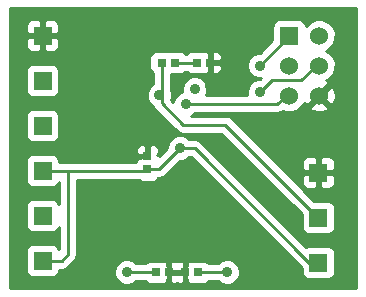
<source format=gbl>
G04 (created by PCBNEW (2013-may-18)-stable) date Sun 03 May 2015 02:23:39 PM EDT*
%MOIN*%
G04 Gerber Fmt 3.4, Leading zero omitted, Abs format*
%FSLAX34Y34*%
G01*
G70*
G90*
G04 APERTURE LIST*
%ADD10C,0.00590551*%
%ADD11R,0.06X0.06*%
%ADD12C,0.06*%
%ADD13R,0.0315X0.0275*%
%ADD14R,0.0275X0.0315*%
%ADD15C,0.035*%
%ADD16C,0.01*%
G04 APERTURE END LIST*
G54D10*
G54D11*
X15248Y-6775D03*
G54D12*
X16248Y-6775D03*
X15248Y-7775D03*
X16248Y-7775D03*
X15248Y-8775D03*
X16248Y-8775D03*
G54D11*
X16220Y-14342D03*
X7035Y-6783D03*
X7035Y-8283D03*
X7035Y-9783D03*
X7035Y-11283D03*
X7035Y-12783D03*
X7035Y-14283D03*
X16220Y-11342D03*
X16220Y-12842D03*
G54D13*
X11436Y-7677D03*
X11004Y-7677D03*
G54D14*
X10531Y-11239D03*
X10531Y-10807D03*
G54D13*
X12185Y-7677D03*
X12617Y-7677D03*
X10807Y-14665D03*
X11239Y-14665D03*
X12223Y-14665D03*
X11791Y-14665D03*
G54D15*
X12106Y-8562D03*
X11614Y-10531D03*
X10925Y-8759D03*
X14271Y-7775D03*
X14271Y-8661D03*
X11811Y-9055D03*
X11614Y-6594D03*
X10531Y-10236D03*
X11515Y-8366D03*
X10433Y-9153D03*
X10433Y-8366D03*
X8759Y-10531D03*
X9547Y-12204D03*
X7677Y-10531D03*
X12500Y-10236D03*
X12598Y-8464D03*
X13484Y-7775D03*
X13484Y-6791D03*
X14271Y-11811D03*
X14960Y-14566D03*
X15255Y-12795D03*
X7874Y-9251D03*
X8169Y-7775D03*
X12303Y-12795D03*
X9842Y-14665D03*
X13188Y-14665D03*
G54D16*
X7035Y-14283D02*
X7665Y-14283D01*
X7874Y-14074D02*
X7874Y-11283D01*
X7665Y-14283D02*
X7874Y-14074D01*
X7035Y-11283D02*
X7874Y-11283D01*
X7874Y-11283D02*
X10487Y-11283D01*
X10487Y-11283D02*
X10531Y-11239D01*
X11614Y-10531D02*
X10925Y-11220D01*
X10925Y-11220D02*
X10550Y-11220D01*
X11436Y-7677D02*
X12185Y-7677D01*
X16220Y-14342D02*
X15917Y-14342D01*
X15917Y-14342D02*
X12106Y-10531D01*
X12106Y-10531D02*
X11614Y-10531D01*
X12185Y-7677D02*
X12185Y-7658D01*
X11004Y-9035D02*
X11004Y-8839D01*
X11004Y-9035D02*
X11712Y-9744D01*
X11712Y-9744D02*
X13122Y-9744D01*
X16220Y-12842D02*
X13122Y-9744D01*
X11004Y-8839D02*
X10925Y-8759D01*
X11004Y-7677D02*
X11004Y-8680D01*
X11004Y-8680D02*
X10925Y-8759D01*
X10925Y-8759D02*
X10906Y-8759D01*
X15248Y-6775D02*
X15248Y-6799D01*
X15248Y-6799D02*
X14271Y-7775D01*
X16248Y-7775D02*
X16141Y-7775D01*
X14665Y-8267D02*
X14271Y-8661D01*
X15649Y-8267D02*
X14665Y-8267D01*
X16141Y-7775D02*
X15649Y-8267D01*
X15248Y-8775D02*
X15141Y-8775D01*
X14862Y-9055D02*
X11811Y-9055D01*
X15141Y-8775D02*
X14862Y-9055D01*
X11614Y-6594D02*
X13287Y-6594D01*
X13287Y-6594D02*
X13484Y-6791D01*
X8759Y-10531D02*
X9448Y-10531D01*
X9744Y-10236D02*
X10531Y-10236D01*
X10531Y-10807D02*
X10531Y-10236D01*
X10433Y-8366D02*
X10433Y-9153D01*
X10531Y-9251D02*
X10433Y-9153D01*
X10531Y-9251D02*
X10531Y-10236D01*
X9448Y-10531D02*
X9744Y-10236D01*
X7677Y-10531D02*
X8759Y-10531D01*
X14074Y-11811D02*
X12500Y-10236D01*
X14271Y-11811D02*
X14074Y-11811D01*
X13484Y-6791D02*
X13484Y-7775D01*
X14271Y-11811D02*
X15255Y-12795D01*
X14960Y-14566D02*
X14960Y-14370D01*
X7874Y-8070D02*
X7874Y-9251D01*
X8169Y-7775D02*
X7874Y-8070D01*
X11239Y-14665D02*
X11791Y-14665D01*
X11791Y-14665D02*
X11791Y-13306D01*
X11791Y-13306D02*
X12303Y-12795D01*
X9842Y-14665D02*
X10807Y-14665D01*
X13188Y-14665D02*
X12223Y-14665D01*
G54D10*
G36*
X17469Y-15205D02*
X16802Y-15205D01*
X16802Y-8857D01*
X16798Y-8763D01*
X16798Y-7666D01*
X16714Y-7464D01*
X16559Y-7309D01*
X16478Y-7275D01*
X16559Y-7242D01*
X16714Y-7087D01*
X16797Y-6885D01*
X16798Y-6666D01*
X16714Y-6464D01*
X16559Y-6309D01*
X16357Y-6225D01*
X16139Y-6225D01*
X15936Y-6309D01*
X15798Y-6447D01*
X15798Y-6426D01*
X15760Y-6334D01*
X15689Y-6263D01*
X15597Y-6225D01*
X15498Y-6225D01*
X14898Y-6225D01*
X14806Y-6263D01*
X14736Y-6333D01*
X14698Y-6425D01*
X14697Y-6525D01*
X14697Y-6924D01*
X14272Y-7350D01*
X14187Y-7350D01*
X14031Y-7415D01*
X13911Y-7534D01*
X13846Y-7690D01*
X13846Y-7859D01*
X13911Y-8016D01*
X14030Y-8135D01*
X14186Y-8200D01*
X14308Y-8200D01*
X14272Y-8236D01*
X14187Y-8236D01*
X14031Y-8300D01*
X13911Y-8420D01*
X13846Y-8576D01*
X13846Y-8745D01*
X13850Y-8755D01*
X13025Y-8755D01*
X13025Y-7765D01*
X13025Y-7589D01*
X13025Y-7489D01*
X12986Y-7397D01*
X12916Y-7327D01*
X12824Y-7289D01*
X12730Y-7289D01*
X12667Y-7352D01*
X12667Y-7627D01*
X12962Y-7627D01*
X13025Y-7564D01*
X13025Y-7589D01*
X13025Y-7765D01*
X13025Y-7789D01*
X12962Y-7727D01*
X12667Y-7727D01*
X12667Y-8002D01*
X12730Y-8064D01*
X12824Y-8064D01*
X12916Y-8026D01*
X12986Y-7956D01*
X13025Y-7864D01*
X13025Y-7765D01*
X13025Y-8755D01*
X12486Y-8755D01*
X12531Y-8647D01*
X12531Y-8478D01*
X12466Y-8322D01*
X12347Y-8202D01*
X12191Y-8138D01*
X12022Y-8137D01*
X11865Y-8202D01*
X11746Y-8321D01*
X11681Y-8478D01*
X11681Y-8647D01*
X11681Y-8648D01*
X11570Y-8694D01*
X11450Y-8814D01*
X11386Y-8970D01*
X11386Y-8993D01*
X11317Y-8924D01*
X11350Y-8844D01*
X11350Y-8675D01*
X11304Y-8564D01*
X11304Y-8064D01*
X11328Y-8064D01*
X11643Y-8064D01*
X11735Y-8026D01*
X11785Y-7977D01*
X11837Y-7977D01*
X11886Y-8026D01*
X11978Y-8064D01*
X12077Y-8064D01*
X12392Y-8064D01*
X12401Y-8060D01*
X12410Y-8064D01*
X12505Y-8064D01*
X12567Y-8002D01*
X12567Y-7925D01*
X12593Y-7864D01*
X12593Y-7765D01*
X12593Y-7490D01*
X12567Y-7428D01*
X12567Y-7352D01*
X12505Y-7289D01*
X12410Y-7289D01*
X12401Y-7293D01*
X12393Y-7289D01*
X12293Y-7289D01*
X11978Y-7289D01*
X11886Y-7327D01*
X11836Y-7377D01*
X11785Y-7377D01*
X11735Y-7327D01*
X11643Y-7289D01*
X11544Y-7289D01*
X11229Y-7289D01*
X11220Y-7293D01*
X11211Y-7289D01*
X11112Y-7289D01*
X10797Y-7289D01*
X10705Y-7327D01*
X10635Y-7397D01*
X10597Y-7489D01*
X10596Y-7589D01*
X10596Y-7864D01*
X10634Y-7956D01*
X10704Y-8025D01*
X10704Y-8391D01*
X10684Y-8399D01*
X10565Y-8518D01*
X10500Y-8674D01*
X10500Y-8844D01*
X10564Y-9000D01*
X10684Y-9119D01*
X10724Y-9136D01*
X10727Y-9150D01*
X10792Y-9248D01*
X11500Y-9956D01*
X11597Y-10021D01*
X11712Y-10044D01*
X12997Y-10044D01*
X15670Y-12716D01*
X15670Y-13192D01*
X15708Y-13283D01*
X15778Y-13354D01*
X15870Y-13392D01*
X15969Y-13392D01*
X16569Y-13392D01*
X16661Y-13354D01*
X16732Y-13284D01*
X16770Y-13192D01*
X16770Y-13093D01*
X16770Y-12493D01*
X16770Y-11692D01*
X16770Y-10993D01*
X16732Y-10901D01*
X16662Y-10830D01*
X16570Y-10792D01*
X16563Y-10792D01*
X16563Y-9161D01*
X16248Y-8846D01*
X15932Y-9161D01*
X15960Y-9256D01*
X16166Y-9330D01*
X16384Y-9319D01*
X16535Y-9256D01*
X16563Y-9161D01*
X16563Y-10792D01*
X16470Y-10792D01*
X16332Y-10792D01*
X16270Y-10855D01*
X16270Y-11292D01*
X16707Y-11292D01*
X16770Y-11230D01*
X16770Y-10993D01*
X16770Y-11692D01*
X16770Y-11455D01*
X16707Y-11392D01*
X16270Y-11392D01*
X16270Y-11830D01*
X16332Y-11892D01*
X16470Y-11892D01*
X16570Y-11892D01*
X16662Y-11854D01*
X16732Y-11783D01*
X16770Y-11692D01*
X16770Y-12493D01*
X16732Y-12401D01*
X16662Y-12330D01*
X16570Y-12292D01*
X16470Y-12292D01*
X16170Y-12292D01*
X16170Y-11830D01*
X16170Y-11392D01*
X16170Y-11292D01*
X16170Y-10855D01*
X16107Y-10792D01*
X15969Y-10792D01*
X15870Y-10792D01*
X15778Y-10830D01*
X15708Y-10901D01*
X15670Y-10993D01*
X15670Y-11230D01*
X15732Y-11292D01*
X16170Y-11292D01*
X16170Y-11392D01*
X15732Y-11392D01*
X15670Y-11455D01*
X15670Y-11692D01*
X15708Y-11783D01*
X15778Y-11854D01*
X15870Y-11892D01*
X15969Y-11892D01*
X16107Y-11892D01*
X16170Y-11830D01*
X16170Y-12292D01*
X16094Y-12292D01*
X13334Y-9531D01*
X13236Y-9466D01*
X13122Y-9444D01*
X11982Y-9444D01*
X12051Y-9415D01*
X12112Y-9355D01*
X14862Y-9355D01*
X14862Y-9355D01*
X14977Y-9332D01*
X14977Y-9332D01*
X15045Y-9286D01*
X15138Y-9325D01*
X15356Y-9325D01*
X15559Y-9242D01*
X15714Y-9087D01*
X15745Y-9011D01*
X15766Y-9063D01*
X15862Y-9090D01*
X16177Y-8775D01*
X16171Y-8770D01*
X16242Y-8699D01*
X16248Y-8704D01*
X16563Y-8389D01*
X16535Y-8294D01*
X16480Y-8274D01*
X16559Y-8242D01*
X16714Y-8087D01*
X16797Y-7885D01*
X16798Y-7666D01*
X16798Y-8763D01*
X16791Y-8638D01*
X16729Y-8487D01*
X16633Y-8460D01*
X16318Y-8775D01*
X16633Y-9090D01*
X16729Y-9063D01*
X16802Y-8857D01*
X16802Y-15205D01*
X16770Y-15205D01*
X16770Y-14593D01*
X16770Y-13993D01*
X16732Y-13901D01*
X16662Y-13830D01*
X16570Y-13792D01*
X16470Y-13792D01*
X15870Y-13792D01*
X15814Y-13815D01*
X12318Y-10319D01*
X12221Y-10254D01*
X12106Y-10231D01*
X11915Y-10231D01*
X11855Y-10171D01*
X11699Y-10106D01*
X11530Y-10106D01*
X11373Y-10170D01*
X11254Y-10290D01*
X11189Y-10446D01*
X11189Y-10532D01*
X10919Y-10802D01*
X10918Y-10802D01*
X10918Y-10757D01*
X10856Y-10757D01*
X10918Y-10695D01*
X10919Y-10600D01*
X10881Y-10508D01*
X10810Y-10438D01*
X10718Y-10400D01*
X10619Y-10400D01*
X10643Y-10400D01*
X10581Y-10462D01*
X10581Y-10757D01*
X10589Y-10757D01*
X10589Y-10832D01*
X10481Y-10832D01*
X10481Y-10757D01*
X10481Y-10462D01*
X10418Y-10400D01*
X10443Y-10400D01*
X10344Y-10400D01*
X10252Y-10438D01*
X10181Y-10508D01*
X10143Y-10600D01*
X10143Y-10695D01*
X10206Y-10757D01*
X10481Y-10757D01*
X10481Y-10832D01*
X10344Y-10832D01*
X10282Y-10857D01*
X10206Y-10857D01*
X10143Y-10920D01*
X10143Y-10983D01*
X7874Y-10983D01*
X7585Y-10983D01*
X7585Y-10933D01*
X7585Y-10033D01*
X7585Y-9433D01*
X7585Y-8533D01*
X7585Y-7933D01*
X7585Y-7132D01*
X7585Y-6433D01*
X7547Y-6342D01*
X7477Y-6271D01*
X7385Y-6233D01*
X7285Y-6233D01*
X7147Y-6233D01*
X7085Y-6295D01*
X7085Y-6733D01*
X7522Y-6733D01*
X7585Y-6670D01*
X7585Y-6433D01*
X7585Y-7132D01*
X7585Y-6895D01*
X7522Y-6833D01*
X7085Y-6833D01*
X7085Y-7270D01*
X7147Y-7333D01*
X7285Y-7333D01*
X7385Y-7333D01*
X7477Y-7295D01*
X7547Y-7224D01*
X7585Y-7132D01*
X7585Y-7933D01*
X7547Y-7842D01*
X7477Y-7771D01*
X7385Y-7733D01*
X7285Y-7733D01*
X6985Y-7733D01*
X6985Y-7270D01*
X6985Y-6833D01*
X6985Y-6733D01*
X6985Y-6295D01*
X6922Y-6233D01*
X6784Y-6233D01*
X6685Y-6233D01*
X6593Y-6271D01*
X6523Y-6342D01*
X6485Y-6433D01*
X6485Y-6670D01*
X6547Y-6733D01*
X6985Y-6733D01*
X6985Y-6833D01*
X6547Y-6833D01*
X6485Y-6895D01*
X6485Y-7132D01*
X6523Y-7224D01*
X6593Y-7295D01*
X6685Y-7333D01*
X6784Y-7333D01*
X6922Y-7333D01*
X6985Y-7270D01*
X6985Y-7733D01*
X6685Y-7733D01*
X6594Y-7771D01*
X6523Y-7841D01*
X6485Y-7933D01*
X6485Y-8032D01*
X6485Y-8632D01*
X6523Y-8724D01*
X6593Y-8795D01*
X6685Y-8833D01*
X6784Y-8833D01*
X7384Y-8833D01*
X7476Y-8795D01*
X7547Y-8725D01*
X7585Y-8633D01*
X7585Y-8533D01*
X7585Y-9433D01*
X7547Y-9342D01*
X7477Y-9271D01*
X7385Y-9233D01*
X7285Y-9233D01*
X6685Y-9233D01*
X6594Y-9271D01*
X6523Y-9341D01*
X6485Y-9433D01*
X6485Y-9532D01*
X6485Y-10132D01*
X6523Y-10224D01*
X6593Y-10295D01*
X6685Y-10333D01*
X6784Y-10333D01*
X7384Y-10333D01*
X7476Y-10295D01*
X7547Y-10225D01*
X7585Y-10133D01*
X7585Y-10033D01*
X7585Y-10933D01*
X7547Y-10842D01*
X7477Y-10771D01*
X7385Y-10733D01*
X7285Y-10733D01*
X6685Y-10733D01*
X6594Y-10771D01*
X6523Y-10841D01*
X6485Y-10933D01*
X6485Y-11032D01*
X6485Y-11632D01*
X6523Y-11724D01*
X6593Y-11795D01*
X6685Y-11833D01*
X6784Y-11833D01*
X7384Y-11833D01*
X7476Y-11795D01*
X7547Y-11725D01*
X7574Y-11660D01*
X7574Y-12406D01*
X7547Y-12342D01*
X7477Y-12271D01*
X7385Y-12233D01*
X7285Y-12233D01*
X6685Y-12233D01*
X6594Y-12271D01*
X6523Y-12341D01*
X6485Y-12433D01*
X6485Y-12532D01*
X6485Y-13132D01*
X6523Y-13224D01*
X6593Y-13295D01*
X6685Y-13333D01*
X6784Y-13333D01*
X7384Y-13333D01*
X7476Y-13295D01*
X7547Y-13225D01*
X7574Y-13160D01*
X7574Y-13906D01*
X7547Y-13842D01*
X7477Y-13771D01*
X7385Y-13733D01*
X7285Y-13733D01*
X6685Y-13733D01*
X6594Y-13771D01*
X6523Y-13841D01*
X6485Y-13933D01*
X6485Y-14032D01*
X6485Y-14632D01*
X6523Y-14724D01*
X6593Y-14795D01*
X6685Y-14833D01*
X6784Y-14833D01*
X7384Y-14833D01*
X7476Y-14795D01*
X7547Y-14725D01*
X7585Y-14633D01*
X7585Y-14583D01*
X7665Y-14583D01*
X7665Y-14583D01*
X7780Y-14560D01*
X7780Y-14560D01*
X7877Y-14495D01*
X8086Y-14286D01*
X8086Y-14286D01*
X8151Y-14189D01*
X8174Y-14074D01*
X8174Y-14074D01*
X8174Y-11583D01*
X10226Y-11583D01*
X10252Y-11608D01*
X10344Y-11647D01*
X10443Y-11647D01*
X10718Y-11647D01*
X10810Y-11609D01*
X10880Y-11538D01*
X10888Y-11520D01*
X10925Y-11520D01*
X10925Y-11520D01*
X11040Y-11497D01*
X11040Y-11497D01*
X11137Y-11432D01*
X11613Y-10956D01*
X11698Y-10956D01*
X11854Y-10892D01*
X11915Y-10831D01*
X11982Y-10831D01*
X15670Y-14519D01*
X15670Y-14692D01*
X15708Y-14783D01*
X15778Y-14854D01*
X15870Y-14892D01*
X15969Y-14892D01*
X16569Y-14892D01*
X16661Y-14854D01*
X16732Y-14784D01*
X16770Y-14692D01*
X16770Y-14593D01*
X16770Y-15205D01*
X13614Y-15205D01*
X13614Y-14581D01*
X13549Y-14424D01*
X13430Y-14305D01*
X13273Y-14240D01*
X13104Y-14240D01*
X12948Y-14304D01*
X12887Y-14365D01*
X12572Y-14365D01*
X12523Y-14316D01*
X12431Y-14277D01*
X12331Y-14277D01*
X12016Y-14277D01*
X12007Y-14281D01*
X11998Y-14277D01*
X11904Y-14277D01*
X11841Y-14340D01*
X11841Y-14416D01*
X11816Y-14477D01*
X11816Y-14577D01*
X11816Y-14852D01*
X11841Y-14914D01*
X11841Y-14990D01*
X11904Y-15052D01*
X11998Y-15052D01*
X12007Y-15049D01*
X12016Y-15052D01*
X12115Y-15052D01*
X12430Y-15052D01*
X12522Y-15014D01*
X12572Y-14965D01*
X12887Y-14965D01*
X12947Y-15025D01*
X13104Y-15090D01*
X13273Y-15090D01*
X13429Y-15025D01*
X13549Y-14906D01*
X13613Y-14750D01*
X13614Y-14581D01*
X13614Y-15205D01*
X11741Y-15205D01*
X11741Y-14990D01*
X11741Y-14715D01*
X11741Y-14615D01*
X11741Y-14340D01*
X11679Y-14277D01*
X11584Y-14277D01*
X11515Y-14306D01*
X11446Y-14277D01*
X11352Y-14277D01*
X11289Y-14340D01*
X11289Y-14615D01*
X11446Y-14615D01*
X11584Y-14615D01*
X11741Y-14615D01*
X11741Y-14715D01*
X11584Y-14715D01*
X11446Y-14715D01*
X11289Y-14715D01*
X11289Y-14990D01*
X11352Y-15052D01*
X11446Y-15052D01*
X11515Y-15024D01*
X11584Y-15052D01*
X11679Y-15052D01*
X11741Y-14990D01*
X11741Y-15205D01*
X11215Y-15205D01*
X11215Y-14753D01*
X11215Y-14478D01*
X11189Y-14416D01*
X11189Y-14340D01*
X11127Y-14277D01*
X11032Y-14277D01*
X11023Y-14281D01*
X11015Y-14277D01*
X10915Y-14277D01*
X10600Y-14277D01*
X10508Y-14315D01*
X10459Y-14365D01*
X10143Y-14365D01*
X10083Y-14305D01*
X9927Y-14240D01*
X9758Y-14240D01*
X9602Y-14304D01*
X9482Y-14424D01*
X9417Y-14580D01*
X9417Y-14749D01*
X9482Y-14905D01*
X9601Y-15025D01*
X9757Y-15090D01*
X9926Y-15090D01*
X10082Y-15025D01*
X10143Y-14965D01*
X10459Y-14965D01*
X10508Y-15014D01*
X10600Y-15052D01*
X10699Y-15052D01*
X11014Y-15052D01*
X11023Y-15049D01*
X11032Y-15052D01*
X11127Y-15052D01*
X11189Y-14990D01*
X11189Y-14914D01*
X11215Y-14852D01*
X11215Y-14753D01*
X11215Y-15205D01*
X5955Y-15205D01*
X5955Y-5857D01*
X17469Y-5857D01*
X17469Y-15205D01*
X17469Y-15205D01*
G37*
G54D16*
X17469Y-15205D02*
X16802Y-15205D01*
X16802Y-8857D01*
X16798Y-8763D01*
X16798Y-7666D01*
X16714Y-7464D01*
X16559Y-7309D01*
X16478Y-7275D01*
X16559Y-7242D01*
X16714Y-7087D01*
X16797Y-6885D01*
X16798Y-6666D01*
X16714Y-6464D01*
X16559Y-6309D01*
X16357Y-6225D01*
X16139Y-6225D01*
X15936Y-6309D01*
X15798Y-6447D01*
X15798Y-6426D01*
X15760Y-6334D01*
X15689Y-6263D01*
X15597Y-6225D01*
X15498Y-6225D01*
X14898Y-6225D01*
X14806Y-6263D01*
X14736Y-6333D01*
X14698Y-6425D01*
X14697Y-6525D01*
X14697Y-6924D01*
X14272Y-7350D01*
X14187Y-7350D01*
X14031Y-7415D01*
X13911Y-7534D01*
X13846Y-7690D01*
X13846Y-7859D01*
X13911Y-8016D01*
X14030Y-8135D01*
X14186Y-8200D01*
X14308Y-8200D01*
X14272Y-8236D01*
X14187Y-8236D01*
X14031Y-8300D01*
X13911Y-8420D01*
X13846Y-8576D01*
X13846Y-8745D01*
X13850Y-8755D01*
X13025Y-8755D01*
X13025Y-7765D01*
X13025Y-7589D01*
X13025Y-7489D01*
X12986Y-7397D01*
X12916Y-7327D01*
X12824Y-7289D01*
X12730Y-7289D01*
X12667Y-7352D01*
X12667Y-7627D01*
X12962Y-7627D01*
X13025Y-7564D01*
X13025Y-7589D01*
X13025Y-7765D01*
X13025Y-7789D01*
X12962Y-7727D01*
X12667Y-7727D01*
X12667Y-8002D01*
X12730Y-8064D01*
X12824Y-8064D01*
X12916Y-8026D01*
X12986Y-7956D01*
X13025Y-7864D01*
X13025Y-7765D01*
X13025Y-8755D01*
X12486Y-8755D01*
X12531Y-8647D01*
X12531Y-8478D01*
X12466Y-8322D01*
X12347Y-8202D01*
X12191Y-8138D01*
X12022Y-8137D01*
X11865Y-8202D01*
X11746Y-8321D01*
X11681Y-8478D01*
X11681Y-8647D01*
X11681Y-8648D01*
X11570Y-8694D01*
X11450Y-8814D01*
X11386Y-8970D01*
X11386Y-8993D01*
X11317Y-8924D01*
X11350Y-8844D01*
X11350Y-8675D01*
X11304Y-8564D01*
X11304Y-8064D01*
X11328Y-8064D01*
X11643Y-8064D01*
X11735Y-8026D01*
X11785Y-7977D01*
X11837Y-7977D01*
X11886Y-8026D01*
X11978Y-8064D01*
X12077Y-8064D01*
X12392Y-8064D01*
X12401Y-8060D01*
X12410Y-8064D01*
X12505Y-8064D01*
X12567Y-8002D01*
X12567Y-7925D01*
X12593Y-7864D01*
X12593Y-7765D01*
X12593Y-7490D01*
X12567Y-7428D01*
X12567Y-7352D01*
X12505Y-7289D01*
X12410Y-7289D01*
X12401Y-7293D01*
X12393Y-7289D01*
X12293Y-7289D01*
X11978Y-7289D01*
X11886Y-7327D01*
X11836Y-7377D01*
X11785Y-7377D01*
X11735Y-7327D01*
X11643Y-7289D01*
X11544Y-7289D01*
X11229Y-7289D01*
X11220Y-7293D01*
X11211Y-7289D01*
X11112Y-7289D01*
X10797Y-7289D01*
X10705Y-7327D01*
X10635Y-7397D01*
X10597Y-7489D01*
X10596Y-7589D01*
X10596Y-7864D01*
X10634Y-7956D01*
X10704Y-8025D01*
X10704Y-8391D01*
X10684Y-8399D01*
X10565Y-8518D01*
X10500Y-8674D01*
X10500Y-8844D01*
X10564Y-9000D01*
X10684Y-9119D01*
X10724Y-9136D01*
X10727Y-9150D01*
X10792Y-9248D01*
X11500Y-9956D01*
X11597Y-10021D01*
X11712Y-10044D01*
X12997Y-10044D01*
X15670Y-12716D01*
X15670Y-13192D01*
X15708Y-13283D01*
X15778Y-13354D01*
X15870Y-13392D01*
X15969Y-13392D01*
X16569Y-13392D01*
X16661Y-13354D01*
X16732Y-13284D01*
X16770Y-13192D01*
X16770Y-13093D01*
X16770Y-12493D01*
X16770Y-11692D01*
X16770Y-10993D01*
X16732Y-10901D01*
X16662Y-10830D01*
X16570Y-10792D01*
X16563Y-10792D01*
X16563Y-9161D01*
X16248Y-8846D01*
X15932Y-9161D01*
X15960Y-9256D01*
X16166Y-9330D01*
X16384Y-9319D01*
X16535Y-9256D01*
X16563Y-9161D01*
X16563Y-10792D01*
X16470Y-10792D01*
X16332Y-10792D01*
X16270Y-10855D01*
X16270Y-11292D01*
X16707Y-11292D01*
X16770Y-11230D01*
X16770Y-10993D01*
X16770Y-11692D01*
X16770Y-11455D01*
X16707Y-11392D01*
X16270Y-11392D01*
X16270Y-11830D01*
X16332Y-11892D01*
X16470Y-11892D01*
X16570Y-11892D01*
X16662Y-11854D01*
X16732Y-11783D01*
X16770Y-11692D01*
X16770Y-12493D01*
X16732Y-12401D01*
X16662Y-12330D01*
X16570Y-12292D01*
X16470Y-12292D01*
X16170Y-12292D01*
X16170Y-11830D01*
X16170Y-11392D01*
X16170Y-11292D01*
X16170Y-10855D01*
X16107Y-10792D01*
X15969Y-10792D01*
X15870Y-10792D01*
X15778Y-10830D01*
X15708Y-10901D01*
X15670Y-10993D01*
X15670Y-11230D01*
X15732Y-11292D01*
X16170Y-11292D01*
X16170Y-11392D01*
X15732Y-11392D01*
X15670Y-11455D01*
X15670Y-11692D01*
X15708Y-11783D01*
X15778Y-11854D01*
X15870Y-11892D01*
X15969Y-11892D01*
X16107Y-11892D01*
X16170Y-11830D01*
X16170Y-12292D01*
X16094Y-12292D01*
X13334Y-9531D01*
X13236Y-9466D01*
X13122Y-9444D01*
X11982Y-9444D01*
X12051Y-9415D01*
X12112Y-9355D01*
X14862Y-9355D01*
X14862Y-9355D01*
X14977Y-9332D01*
X14977Y-9332D01*
X15045Y-9286D01*
X15138Y-9325D01*
X15356Y-9325D01*
X15559Y-9242D01*
X15714Y-9087D01*
X15745Y-9011D01*
X15766Y-9063D01*
X15862Y-9090D01*
X16177Y-8775D01*
X16171Y-8770D01*
X16242Y-8699D01*
X16248Y-8704D01*
X16563Y-8389D01*
X16535Y-8294D01*
X16480Y-8274D01*
X16559Y-8242D01*
X16714Y-8087D01*
X16797Y-7885D01*
X16798Y-7666D01*
X16798Y-8763D01*
X16791Y-8638D01*
X16729Y-8487D01*
X16633Y-8460D01*
X16318Y-8775D01*
X16633Y-9090D01*
X16729Y-9063D01*
X16802Y-8857D01*
X16802Y-15205D01*
X16770Y-15205D01*
X16770Y-14593D01*
X16770Y-13993D01*
X16732Y-13901D01*
X16662Y-13830D01*
X16570Y-13792D01*
X16470Y-13792D01*
X15870Y-13792D01*
X15814Y-13815D01*
X12318Y-10319D01*
X12221Y-10254D01*
X12106Y-10231D01*
X11915Y-10231D01*
X11855Y-10171D01*
X11699Y-10106D01*
X11530Y-10106D01*
X11373Y-10170D01*
X11254Y-10290D01*
X11189Y-10446D01*
X11189Y-10532D01*
X10919Y-10802D01*
X10918Y-10802D01*
X10918Y-10757D01*
X10856Y-10757D01*
X10918Y-10695D01*
X10919Y-10600D01*
X10881Y-10508D01*
X10810Y-10438D01*
X10718Y-10400D01*
X10619Y-10400D01*
X10643Y-10400D01*
X10581Y-10462D01*
X10581Y-10757D01*
X10589Y-10757D01*
X10589Y-10832D01*
X10481Y-10832D01*
X10481Y-10757D01*
X10481Y-10462D01*
X10418Y-10400D01*
X10443Y-10400D01*
X10344Y-10400D01*
X10252Y-10438D01*
X10181Y-10508D01*
X10143Y-10600D01*
X10143Y-10695D01*
X10206Y-10757D01*
X10481Y-10757D01*
X10481Y-10832D01*
X10344Y-10832D01*
X10282Y-10857D01*
X10206Y-10857D01*
X10143Y-10920D01*
X10143Y-10983D01*
X7874Y-10983D01*
X7585Y-10983D01*
X7585Y-10933D01*
X7585Y-10033D01*
X7585Y-9433D01*
X7585Y-8533D01*
X7585Y-7933D01*
X7585Y-7132D01*
X7585Y-6433D01*
X7547Y-6342D01*
X7477Y-6271D01*
X7385Y-6233D01*
X7285Y-6233D01*
X7147Y-6233D01*
X7085Y-6295D01*
X7085Y-6733D01*
X7522Y-6733D01*
X7585Y-6670D01*
X7585Y-6433D01*
X7585Y-7132D01*
X7585Y-6895D01*
X7522Y-6833D01*
X7085Y-6833D01*
X7085Y-7270D01*
X7147Y-7333D01*
X7285Y-7333D01*
X7385Y-7333D01*
X7477Y-7295D01*
X7547Y-7224D01*
X7585Y-7132D01*
X7585Y-7933D01*
X7547Y-7842D01*
X7477Y-7771D01*
X7385Y-7733D01*
X7285Y-7733D01*
X6985Y-7733D01*
X6985Y-7270D01*
X6985Y-6833D01*
X6985Y-6733D01*
X6985Y-6295D01*
X6922Y-6233D01*
X6784Y-6233D01*
X6685Y-6233D01*
X6593Y-6271D01*
X6523Y-6342D01*
X6485Y-6433D01*
X6485Y-6670D01*
X6547Y-6733D01*
X6985Y-6733D01*
X6985Y-6833D01*
X6547Y-6833D01*
X6485Y-6895D01*
X6485Y-7132D01*
X6523Y-7224D01*
X6593Y-7295D01*
X6685Y-7333D01*
X6784Y-7333D01*
X6922Y-7333D01*
X6985Y-7270D01*
X6985Y-7733D01*
X6685Y-7733D01*
X6594Y-7771D01*
X6523Y-7841D01*
X6485Y-7933D01*
X6485Y-8032D01*
X6485Y-8632D01*
X6523Y-8724D01*
X6593Y-8795D01*
X6685Y-8833D01*
X6784Y-8833D01*
X7384Y-8833D01*
X7476Y-8795D01*
X7547Y-8725D01*
X7585Y-8633D01*
X7585Y-8533D01*
X7585Y-9433D01*
X7547Y-9342D01*
X7477Y-9271D01*
X7385Y-9233D01*
X7285Y-9233D01*
X6685Y-9233D01*
X6594Y-9271D01*
X6523Y-9341D01*
X6485Y-9433D01*
X6485Y-9532D01*
X6485Y-10132D01*
X6523Y-10224D01*
X6593Y-10295D01*
X6685Y-10333D01*
X6784Y-10333D01*
X7384Y-10333D01*
X7476Y-10295D01*
X7547Y-10225D01*
X7585Y-10133D01*
X7585Y-10033D01*
X7585Y-10933D01*
X7547Y-10842D01*
X7477Y-10771D01*
X7385Y-10733D01*
X7285Y-10733D01*
X6685Y-10733D01*
X6594Y-10771D01*
X6523Y-10841D01*
X6485Y-10933D01*
X6485Y-11032D01*
X6485Y-11632D01*
X6523Y-11724D01*
X6593Y-11795D01*
X6685Y-11833D01*
X6784Y-11833D01*
X7384Y-11833D01*
X7476Y-11795D01*
X7547Y-11725D01*
X7574Y-11660D01*
X7574Y-12406D01*
X7547Y-12342D01*
X7477Y-12271D01*
X7385Y-12233D01*
X7285Y-12233D01*
X6685Y-12233D01*
X6594Y-12271D01*
X6523Y-12341D01*
X6485Y-12433D01*
X6485Y-12532D01*
X6485Y-13132D01*
X6523Y-13224D01*
X6593Y-13295D01*
X6685Y-13333D01*
X6784Y-13333D01*
X7384Y-13333D01*
X7476Y-13295D01*
X7547Y-13225D01*
X7574Y-13160D01*
X7574Y-13906D01*
X7547Y-13842D01*
X7477Y-13771D01*
X7385Y-13733D01*
X7285Y-13733D01*
X6685Y-13733D01*
X6594Y-13771D01*
X6523Y-13841D01*
X6485Y-13933D01*
X6485Y-14032D01*
X6485Y-14632D01*
X6523Y-14724D01*
X6593Y-14795D01*
X6685Y-14833D01*
X6784Y-14833D01*
X7384Y-14833D01*
X7476Y-14795D01*
X7547Y-14725D01*
X7585Y-14633D01*
X7585Y-14583D01*
X7665Y-14583D01*
X7665Y-14583D01*
X7780Y-14560D01*
X7780Y-14560D01*
X7877Y-14495D01*
X8086Y-14286D01*
X8086Y-14286D01*
X8151Y-14189D01*
X8174Y-14074D01*
X8174Y-14074D01*
X8174Y-11583D01*
X10226Y-11583D01*
X10252Y-11608D01*
X10344Y-11647D01*
X10443Y-11647D01*
X10718Y-11647D01*
X10810Y-11609D01*
X10880Y-11538D01*
X10888Y-11520D01*
X10925Y-11520D01*
X10925Y-11520D01*
X11040Y-11497D01*
X11040Y-11497D01*
X11137Y-11432D01*
X11613Y-10956D01*
X11698Y-10956D01*
X11854Y-10892D01*
X11915Y-10831D01*
X11982Y-10831D01*
X15670Y-14519D01*
X15670Y-14692D01*
X15708Y-14783D01*
X15778Y-14854D01*
X15870Y-14892D01*
X15969Y-14892D01*
X16569Y-14892D01*
X16661Y-14854D01*
X16732Y-14784D01*
X16770Y-14692D01*
X16770Y-14593D01*
X16770Y-15205D01*
X13614Y-15205D01*
X13614Y-14581D01*
X13549Y-14424D01*
X13430Y-14305D01*
X13273Y-14240D01*
X13104Y-14240D01*
X12948Y-14304D01*
X12887Y-14365D01*
X12572Y-14365D01*
X12523Y-14316D01*
X12431Y-14277D01*
X12331Y-14277D01*
X12016Y-14277D01*
X12007Y-14281D01*
X11998Y-14277D01*
X11904Y-14277D01*
X11841Y-14340D01*
X11841Y-14416D01*
X11816Y-14477D01*
X11816Y-14577D01*
X11816Y-14852D01*
X11841Y-14914D01*
X11841Y-14990D01*
X11904Y-15052D01*
X11998Y-15052D01*
X12007Y-15049D01*
X12016Y-15052D01*
X12115Y-15052D01*
X12430Y-15052D01*
X12522Y-15014D01*
X12572Y-14965D01*
X12887Y-14965D01*
X12947Y-15025D01*
X13104Y-15090D01*
X13273Y-15090D01*
X13429Y-15025D01*
X13549Y-14906D01*
X13613Y-14750D01*
X13614Y-14581D01*
X13614Y-15205D01*
X11741Y-15205D01*
X11741Y-14990D01*
X11741Y-14715D01*
X11741Y-14615D01*
X11741Y-14340D01*
X11679Y-14277D01*
X11584Y-14277D01*
X11515Y-14306D01*
X11446Y-14277D01*
X11352Y-14277D01*
X11289Y-14340D01*
X11289Y-14615D01*
X11446Y-14615D01*
X11584Y-14615D01*
X11741Y-14615D01*
X11741Y-14715D01*
X11584Y-14715D01*
X11446Y-14715D01*
X11289Y-14715D01*
X11289Y-14990D01*
X11352Y-15052D01*
X11446Y-15052D01*
X11515Y-15024D01*
X11584Y-15052D01*
X11679Y-15052D01*
X11741Y-14990D01*
X11741Y-15205D01*
X11215Y-15205D01*
X11215Y-14753D01*
X11215Y-14478D01*
X11189Y-14416D01*
X11189Y-14340D01*
X11127Y-14277D01*
X11032Y-14277D01*
X11023Y-14281D01*
X11015Y-14277D01*
X10915Y-14277D01*
X10600Y-14277D01*
X10508Y-14315D01*
X10459Y-14365D01*
X10143Y-14365D01*
X10083Y-14305D01*
X9927Y-14240D01*
X9758Y-14240D01*
X9602Y-14304D01*
X9482Y-14424D01*
X9417Y-14580D01*
X9417Y-14749D01*
X9482Y-14905D01*
X9601Y-15025D01*
X9757Y-15090D01*
X9926Y-15090D01*
X10082Y-15025D01*
X10143Y-14965D01*
X10459Y-14965D01*
X10508Y-15014D01*
X10600Y-15052D01*
X10699Y-15052D01*
X11014Y-15052D01*
X11023Y-15049D01*
X11032Y-15052D01*
X11127Y-15052D01*
X11189Y-14990D01*
X11189Y-14914D01*
X11215Y-14852D01*
X11215Y-14753D01*
X11215Y-15205D01*
X5955Y-15205D01*
X5955Y-5857D01*
X17469Y-5857D01*
X17469Y-15205D01*
M02*

</source>
